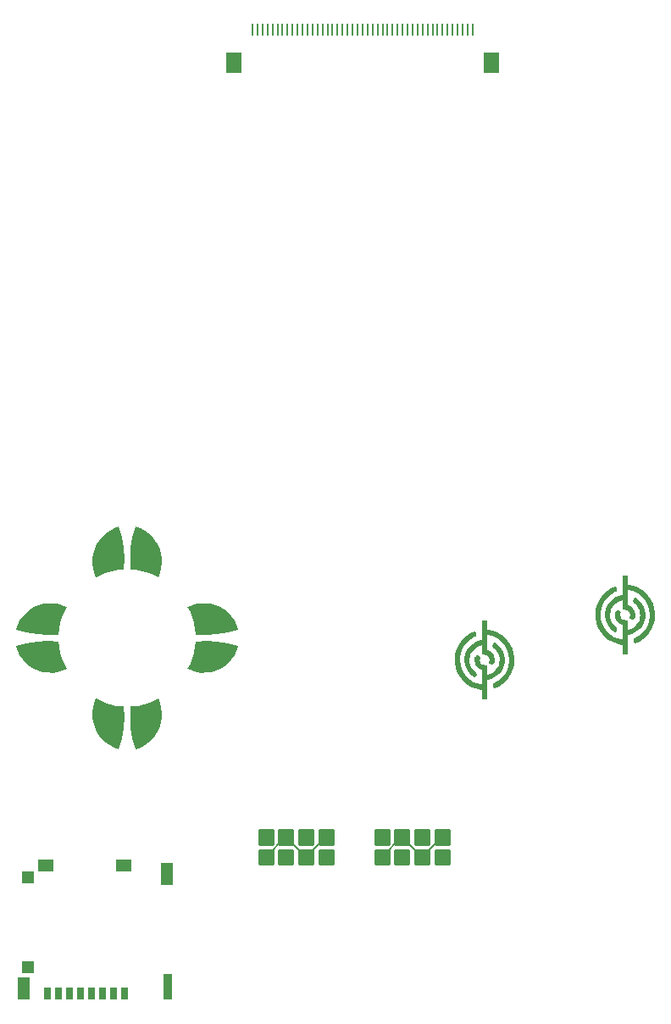
<source format=gtp>
G04 EAGLE Gerber RS-274X export*
G75*
%MOMM*%
%FSLAX34Y34*%
%LPD*%
%INTop Paste*%
%IPPOS*%
%AMOC8*
5,1,8,0,0,1.08239X$1,22.5*%
G01*
%ADD10R,0.800000X1.240000*%
%ADD11R,1.160000X1.200000*%
%ADD12R,0.950000X2.500000*%
%ADD13R,1.150000X2.200000*%
%ADD14R,1.500000X1.150000*%
%ADD15R,1.160000X1.250000*%
%ADD16C,0.400000*%
%ADD17C,0.185000*%
%ADD18R,0.500000X3.500000*%
%ADD19R,2.400000X0.400000*%
%ADD20R,0.250000X1.250000*%
%ADD21R,1.650000X2.050000*%

G36*
X130541Y257881D02*
X130541Y257881D01*
X130543Y257881D01*
X135097Y259524D01*
X135103Y259529D01*
X135112Y259530D01*
X139405Y261767D01*
X139411Y261774D01*
X139420Y261776D01*
X143375Y264568D01*
X143379Y264575D01*
X143388Y264579D01*
X146934Y267874D01*
X146937Y267882D01*
X146943Y267886D01*
X146944Y267886D01*
X146945Y267887D01*
X150018Y271628D01*
X150021Y271636D01*
X150028Y271641D01*
X152572Y275760D01*
X152574Y275768D01*
X152580Y275775D01*
X154550Y280197D01*
X154551Y280205D01*
X154556Y280213D01*
X155917Y284859D01*
X155916Y284867D01*
X155921Y284875D01*
X156647Y289661D01*
X156645Y289669D01*
X156648Y289678D01*
X156728Y294518D01*
X156724Y294526D01*
X156727Y294535D01*
X156157Y299343D01*
X156153Y299350D01*
X156154Y299359D01*
X154947Y304047D01*
X154941Y304054D01*
X154941Y304063D01*
X153117Y308548D01*
X153110Y308554D01*
X153109Y308563D01*
X153076Y308588D01*
X153047Y308617D01*
X153038Y308617D01*
X153031Y308622D01*
X152978Y308616D01*
X152949Y308615D01*
X152945Y308612D01*
X152940Y308611D01*
X147843Y305876D01*
X142494Y303691D01*
X136946Y302077D01*
X131260Y301052D01*
X125491Y300626D01*
X125452Y300606D01*
X125411Y300589D01*
X125408Y300584D01*
X125403Y300581D01*
X125395Y300553D01*
X125374Y300506D01*
X124873Y289739D01*
X124875Y289733D01*
X124873Y289725D01*
X125547Y278968D01*
X125550Y278962D01*
X125548Y278955D01*
X127389Y268335D01*
X127393Y268329D01*
X127392Y268321D01*
X130379Y257965D01*
X130383Y257960D01*
X130383Y257953D01*
X130413Y257922D01*
X130441Y257889D01*
X130447Y257888D01*
X130452Y257883D01*
X130517Y257882D01*
X130539Y257880D01*
X130541Y257881D01*
G37*
G36*
X91022Y429384D02*
X91022Y429384D01*
X91051Y429385D01*
X91055Y429388D01*
X91060Y429389D01*
X96157Y432124D01*
X101506Y434309D01*
X107054Y435923D01*
X112740Y436948D01*
X118509Y437374D01*
X118548Y437394D01*
X118589Y437411D01*
X118592Y437417D01*
X118597Y437419D01*
X118606Y437447D01*
X118626Y437494D01*
X119127Y448261D01*
X119125Y448267D01*
X119127Y448275D01*
X118453Y459032D01*
X118450Y459038D01*
X118452Y459045D01*
X116611Y469665D01*
X116607Y469671D01*
X116608Y469679D01*
X113621Y480035D01*
X113617Y480040D01*
X113617Y480047D01*
X113587Y480078D01*
X113559Y480111D01*
X113553Y480112D01*
X113548Y480117D01*
X113483Y480118D01*
X113461Y480120D01*
X113460Y480119D01*
X113457Y480119D01*
X108903Y478476D01*
X108897Y478471D01*
X108888Y478470D01*
X104595Y476233D01*
X104589Y476226D01*
X104580Y476224D01*
X100625Y473432D01*
X100621Y473425D01*
X100612Y473422D01*
X97066Y470126D01*
X97063Y470118D01*
X97057Y470114D01*
X97056Y470114D01*
X97055Y470113D01*
X93982Y466372D01*
X93979Y466364D01*
X93972Y466359D01*
X91428Y462240D01*
X91426Y462232D01*
X91420Y462225D01*
X89450Y457803D01*
X89449Y457795D01*
X89444Y457787D01*
X88083Y453142D01*
X88084Y453133D01*
X88080Y453125D01*
X87353Y448339D01*
X87355Y448331D01*
X87352Y448322D01*
X87272Y443482D01*
X87276Y443474D01*
X87273Y443465D01*
X87843Y438657D01*
X87847Y438650D01*
X87846Y438641D01*
X89053Y433953D01*
X89059Y433946D01*
X89059Y433937D01*
X90883Y429452D01*
X90890Y429446D01*
X90891Y429437D01*
X90924Y429412D01*
X90953Y429383D01*
X90962Y429383D01*
X90969Y429378D01*
X91022Y429384D01*
G37*
G36*
X201267Y371875D02*
X201267Y371875D01*
X201275Y371873D01*
X212032Y372547D01*
X212038Y372550D01*
X212045Y372548D01*
X222665Y374389D01*
X222671Y374393D01*
X222679Y374392D01*
X233035Y377379D01*
X233040Y377383D01*
X233047Y377383D01*
X233078Y377413D01*
X233111Y377441D01*
X233112Y377447D01*
X233117Y377452D01*
X233118Y377517D01*
X233120Y377539D01*
X233119Y377541D01*
X233119Y377543D01*
X231476Y382097D01*
X231471Y382103D01*
X231470Y382112D01*
X229233Y386405D01*
X229226Y386411D01*
X229224Y386420D01*
X226432Y390375D01*
X226425Y390379D01*
X226422Y390388D01*
X223126Y393934D01*
X223118Y393937D01*
X223113Y393945D01*
X219372Y397018D01*
X219364Y397021D01*
X219359Y397028D01*
X215240Y399572D01*
X215232Y399574D01*
X215225Y399580D01*
X210803Y401550D01*
X210795Y401551D01*
X210787Y401556D01*
X206142Y402917D01*
X206133Y402916D01*
X206125Y402921D01*
X201339Y403647D01*
X201331Y403645D01*
X201322Y403648D01*
X196482Y403728D01*
X196474Y403724D01*
X196465Y403727D01*
X191657Y403157D01*
X191650Y403153D01*
X191641Y403154D01*
X186953Y401947D01*
X186946Y401941D01*
X186937Y401941D01*
X182452Y400117D01*
X182446Y400110D01*
X182437Y400109D01*
X182412Y400076D01*
X182383Y400047D01*
X182383Y400038D01*
X182378Y400031D01*
X182384Y399978D01*
X182385Y399949D01*
X182388Y399945D01*
X182389Y399940D01*
X185124Y394843D01*
X187309Y389494D01*
X188923Y383946D01*
X189948Y378260D01*
X190374Y372491D01*
X190394Y372452D01*
X190411Y372411D01*
X190417Y372408D01*
X190419Y372403D01*
X190447Y372395D01*
X190494Y372374D01*
X201261Y371873D01*
X201267Y371875D01*
G37*
G36*
X53506Y372374D02*
X53506Y372374D01*
X53546Y372393D01*
X53587Y372408D01*
X53590Y372414D01*
X53595Y372416D01*
X53604Y372445D01*
X53626Y372491D01*
X54052Y378260D01*
X55077Y383946D01*
X56691Y389494D01*
X58876Y394843D01*
X61611Y399940D01*
X61612Y399949D01*
X61618Y399956D01*
X61617Y399997D01*
X61620Y400038D01*
X61614Y400045D01*
X61614Y400055D01*
X61575Y400091D01*
X61556Y400113D01*
X61551Y400113D01*
X61548Y400117D01*
X57063Y401941D01*
X57055Y401941D01*
X57047Y401947D01*
X52359Y403154D01*
X52351Y403153D01*
X52343Y403157D01*
X47535Y403727D01*
X47527Y403724D01*
X47518Y403728D01*
X42678Y403648D01*
X42670Y403645D01*
X42661Y403647D01*
X37875Y402921D01*
X37868Y402916D01*
X37859Y402917D01*
X33213Y401556D01*
X33206Y401551D01*
X33197Y401550D01*
X28775Y399580D01*
X28769Y399574D01*
X28760Y399572D01*
X24641Y397028D01*
X24636Y397021D01*
X24628Y397018D01*
X20887Y393945D01*
X20883Y393938D01*
X20874Y393934D01*
X17579Y390388D01*
X17576Y390380D01*
X17568Y390375D01*
X14776Y386420D01*
X14774Y386412D01*
X14767Y386405D01*
X12530Y382112D01*
X12530Y382104D01*
X12524Y382097D01*
X10881Y377543D01*
X10882Y377536D01*
X10878Y377531D01*
X10884Y377488D01*
X10887Y377445D01*
X10892Y377440D01*
X10893Y377434D01*
X10944Y377394D01*
X10961Y377380D01*
X10963Y377380D01*
X10965Y377379D01*
X21321Y374392D01*
X21328Y374393D01*
X21335Y374389D01*
X31955Y372548D01*
X31961Y372550D01*
X31968Y372547D01*
X42725Y371873D01*
X42732Y371875D01*
X42739Y371873D01*
X53506Y372374D01*
G37*
G36*
X113512Y257884D02*
X113512Y257884D01*
X113556Y257887D01*
X113560Y257892D01*
X113566Y257893D01*
X113606Y257944D01*
X113620Y257961D01*
X113620Y257963D01*
X113621Y257965D01*
X116608Y268321D01*
X116607Y268328D01*
X116611Y268335D01*
X118452Y278955D01*
X118450Y278961D01*
X118450Y278962D01*
X118453Y278968D01*
X119127Y289725D01*
X119125Y289732D01*
X119127Y289739D01*
X118626Y300506D01*
X118607Y300546D01*
X118592Y300587D01*
X118586Y300590D01*
X118584Y300595D01*
X118555Y300604D01*
X118509Y300626D01*
X112740Y301052D01*
X107054Y302077D01*
X101506Y303691D01*
X96157Y305876D01*
X91060Y308611D01*
X91051Y308612D01*
X91044Y308618D01*
X91003Y308617D01*
X90962Y308620D01*
X90955Y308614D01*
X90945Y308614D01*
X90909Y308575D01*
X90887Y308556D01*
X90887Y308551D01*
X90883Y308548D01*
X89059Y304063D01*
X89059Y304055D01*
X89053Y304047D01*
X87846Y299359D01*
X87847Y299351D01*
X87843Y299343D01*
X87273Y294535D01*
X87276Y294527D01*
X87272Y294518D01*
X87273Y294482D01*
X87279Y294104D01*
X87279Y294103D01*
X87281Y293977D01*
X87283Y293851D01*
X87292Y293346D01*
X87294Y293220D01*
X87296Y293094D01*
X87296Y293093D01*
X87304Y292589D01*
X87304Y292588D01*
X87306Y292462D01*
X87308Y292336D01*
X87316Y291831D01*
X87318Y291705D01*
X87321Y291579D01*
X87321Y291578D01*
X87329Y291074D01*
X87329Y291073D01*
X87331Y290947D01*
X87333Y290821D01*
X87339Y290442D01*
X87341Y290316D01*
X87343Y290190D01*
X87345Y290064D01*
X87345Y290063D01*
X87352Y289685D01*
X87352Y289678D01*
X87355Y289670D01*
X87353Y289661D01*
X88080Y284875D01*
X88084Y284868D01*
X88083Y284859D01*
X89444Y280213D01*
X89449Y280206D01*
X89450Y280197D01*
X91420Y275775D01*
X91426Y275769D01*
X91428Y275760D01*
X93972Y271641D01*
X93979Y271636D01*
X93982Y271628D01*
X97055Y267887D01*
X97060Y267884D01*
X97062Y267880D01*
X97064Y267880D01*
X97066Y267874D01*
X100612Y264579D01*
X100620Y264576D01*
X100625Y264568D01*
X104580Y261776D01*
X104588Y261774D01*
X104595Y261767D01*
X108888Y259530D01*
X108896Y259530D01*
X108903Y259524D01*
X113457Y257881D01*
X113464Y257882D01*
X113469Y257878D01*
X113512Y257884D01*
G37*
G36*
X153045Y429386D02*
X153045Y429386D01*
X153055Y429386D01*
X153091Y429425D01*
X153113Y429444D01*
X153113Y429449D01*
X153117Y429452D01*
X154941Y433937D01*
X154941Y433945D01*
X154947Y433953D01*
X156154Y438641D01*
X156153Y438649D01*
X156157Y438657D01*
X156727Y443465D01*
X156724Y443473D01*
X156728Y443482D01*
X156727Y443518D01*
X156721Y443897D01*
X156719Y444023D01*
X156717Y444149D01*
X156708Y444654D01*
X156706Y444780D01*
X156704Y444906D01*
X156704Y444907D01*
X156696Y445412D01*
X156694Y445538D01*
X156692Y445664D01*
X156684Y446169D01*
X156682Y446295D01*
X156679Y446421D01*
X156680Y446422D01*
X156679Y446422D01*
X156671Y446926D01*
X156671Y446927D01*
X156669Y447053D01*
X156667Y447179D01*
X156661Y447558D01*
X156659Y447684D01*
X156657Y447810D01*
X156655Y447936D01*
X156655Y447937D01*
X156648Y448315D01*
X156648Y448322D01*
X156645Y448330D01*
X156647Y448339D01*
X155921Y453125D01*
X155916Y453132D01*
X155917Y453142D01*
X154556Y457787D01*
X154551Y457794D01*
X154550Y457803D01*
X152580Y462225D01*
X152574Y462231D01*
X152572Y462240D01*
X150028Y466359D01*
X150021Y466364D01*
X150018Y466372D01*
X146945Y470113D01*
X146940Y470116D01*
X146938Y470120D01*
X146936Y470121D01*
X146934Y470126D01*
X143388Y473422D01*
X143380Y473424D01*
X143375Y473432D01*
X139420Y476224D01*
X139412Y476226D01*
X139405Y476233D01*
X135112Y478470D01*
X135104Y478470D01*
X135097Y478476D01*
X130543Y480119D01*
X130536Y480118D01*
X130531Y480122D01*
X130488Y480116D01*
X130445Y480113D01*
X130440Y480108D01*
X130434Y480107D01*
X130394Y480056D01*
X130380Y480039D01*
X130380Y480037D01*
X130379Y480035D01*
X127392Y469679D01*
X127393Y469672D01*
X127389Y469665D01*
X125548Y459045D01*
X125550Y459039D01*
X125550Y459038D01*
X125547Y459032D01*
X124873Y448275D01*
X124875Y448268D01*
X124873Y448261D01*
X125374Y437494D01*
X125393Y437454D01*
X125408Y437413D01*
X125414Y437410D01*
X125416Y437405D01*
X125445Y437396D01*
X125491Y437374D01*
X131260Y436948D01*
X136946Y435923D01*
X142494Y434309D01*
X147843Y432124D01*
X152940Y429389D01*
X152949Y429388D01*
X152956Y429382D01*
X152997Y429384D01*
X153038Y429380D01*
X153045Y429386D01*
G37*
G36*
X47526Y334276D02*
X47526Y334276D01*
X47535Y334273D01*
X52343Y334843D01*
X52350Y334847D01*
X52359Y334846D01*
X57047Y336053D01*
X57054Y336059D01*
X57063Y336059D01*
X61548Y337883D01*
X61554Y337890D01*
X61563Y337891D01*
X61588Y337924D01*
X61617Y337953D01*
X61617Y337962D01*
X61622Y337969D01*
X61616Y338022D01*
X61615Y338051D01*
X61612Y338055D01*
X61611Y338060D01*
X58876Y343157D01*
X56691Y348506D01*
X55077Y354054D01*
X54052Y359740D01*
X53626Y365509D01*
X53606Y365548D01*
X53589Y365589D01*
X53584Y365592D01*
X53581Y365597D01*
X53553Y365606D01*
X53506Y365626D01*
X42739Y366127D01*
X42733Y366125D01*
X42725Y366127D01*
X31968Y365453D01*
X31962Y365450D01*
X31955Y365452D01*
X21335Y363611D01*
X21329Y363607D01*
X21321Y363608D01*
X10965Y360621D01*
X10960Y360617D01*
X10953Y360617D01*
X10922Y360587D01*
X10889Y360559D01*
X10888Y360553D01*
X10883Y360548D01*
X10882Y360483D01*
X10880Y360461D01*
X10881Y360460D01*
X10881Y360457D01*
X12524Y355903D01*
X12529Y355897D01*
X12530Y355888D01*
X14767Y351595D01*
X14774Y351589D01*
X14776Y351580D01*
X17568Y347625D01*
X17575Y347621D01*
X17579Y347612D01*
X20874Y344066D01*
X20882Y344063D01*
X20887Y344055D01*
X24628Y340982D01*
X24636Y340979D01*
X24641Y340972D01*
X28760Y338428D01*
X28768Y338426D01*
X28775Y338420D01*
X33197Y336450D01*
X33205Y336449D01*
X33213Y336444D01*
X37859Y335083D01*
X37867Y335084D01*
X37875Y335080D01*
X42661Y334353D01*
X42669Y334355D01*
X42678Y334352D01*
X47518Y334272D01*
X47526Y334276D01*
G37*
G36*
X201322Y334352D02*
X201322Y334352D01*
X201330Y334355D01*
X201339Y334353D01*
X206125Y335080D01*
X206132Y335084D01*
X206142Y335083D01*
X210787Y336444D01*
X210794Y336449D01*
X210803Y336450D01*
X215225Y338420D01*
X215231Y338426D01*
X215240Y338428D01*
X219359Y340972D01*
X219364Y340979D01*
X219372Y340982D01*
X223113Y344055D01*
X223117Y344062D01*
X223126Y344066D01*
X226422Y347612D01*
X226424Y347620D01*
X226432Y347625D01*
X229224Y351580D01*
X229226Y351588D01*
X229233Y351595D01*
X231470Y355888D01*
X231470Y355896D01*
X231476Y355903D01*
X233119Y360457D01*
X233118Y360464D01*
X233122Y360469D01*
X233116Y360512D01*
X233113Y360556D01*
X233108Y360560D01*
X233107Y360566D01*
X233056Y360606D01*
X233039Y360620D01*
X233037Y360620D01*
X233035Y360621D01*
X222679Y363608D01*
X222672Y363607D01*
X222665Y363611D01*
X212045Y365452D01*
X212039Y365450D01*
X212032Y365453D01*
X201275Y366127D01*
X201268Y366125D01*
X201261Y366127D01*
X190494Y365626D01*
X190454Y365607D01*
X190413Y365592D01*
X190410Y365586D01*
X190405Y365584D01*
X190396Y365555D01*
X190374Y365509D01*
X189948Y359740D01*
X188923Y354054D01*
X187309Y348506D01*
X185124Y343157D01*
X182389Y338060D01*
X182388Y338051D01*
X182382Y338044D01*
X182384Y338003D01*
X182380Y337962D01*
X182386Y337955D01*
X182386Y337945D01*
X182425Y337909D01*
X182444Y337887D01*
X182449Y337887D01*
X182452Y337883D01*
X186937Y336059D01*
X186945Y336059D01*
X186953Y336053D01*
X191641Y334846D01*
X191649Y334847D01*
X191657Y334843D01*
X196465Y334273D01*
X196473Y334276D01*
X196482Y334272D01*
X201322Y334352D01*
G37*
G36*
X479243Y316992D02*
X479243Y316992D01*
X479284Y317005D01*
X479287Y317012D01*
X479293Y317015D01*
X479315Y317071D01*
X479326Y317094D01*
X479325Y317097D01*
X479326Y317100D01*
X479326Y322100D01*
X479308Y322143D01*
X479293Y322186D01*
X479289Y322187D01*
X479288Y322191D01*
X479263Y322200D01*
X479211Y322226D01*
X475472Y322554D01*
X471834Y323436D01*
X468368Y324852D01*
X465154Y326772D01*
X462264Y329151D01*
X459762Y331937D01*
X457705Y335065D01*
X456140Y338466D01*
X455102Y342063D01*
X454614Y345775D01*
X454688Y349518D01*
X455321Y353208D01*
X456499Y356762D01*
X458196Y360098D01*
X460374Y363144D01*
X462983Y365829D01*
X465965Y368093D01*
X469260Y369889D01*
X469261Y369890D01*
X469263Y369891D01*
X469924Y370272D01*
X469933Y370285D01*
X469939Y370287D01*
X469945Y370290D01*
X469950Y370292D01*
X470489Y370832D01*
X470495Y370846D01*
X470510Y370858D01*
X470891Y371519D01*
X470893Y371534D01*
X470904Y371549D01*
X471101Y372286D01*
X471099Y372302D01*
X471105Y372319D01*
X471105Y373081D01*
X471099Y373096D01*
X471101Y373114D01*
X470904Y373851D01*
X470894Y373864D01*
X470891Y373882D01*
X470510Y374542D01*
X470497Y374552D01*
X470489Y374568D01*
X469950Y375108D01*
X469935Y375114D01*
X469924Y375128D01*
X469263Y375509D01*
X469250Y375511D01*
X469240Y375520D01*
X469196Y375518D01*
X469165Y375521D01*
X469159Y375516D01*
X469149Y375515D01*
X465118Y373726D01*
X465112Y373719D01*
X465102Y373717D01*
X461377Y371356D01*
X461372Y371349D01*
X461362Y371345D01*
X458023Y368464D01*
X458019Y368456D01*
X458010Y368451D01*
X455129Y365113D01*
X455126Y365104D01*
X455118Y365098D01*
X452757Y361373D01*
X452755Y361364D01*
X452748Y361357D01*
X450958Y357327D01*
X450957Y357317D01*
X450951Y357309D01*
X449771Y353060D01*
X449772Y353051D01*
X449767Y353042D01*
X449221Y348666D01*
X449223Y348661D01*
X449222Y348658D01*
X449223Y348656D01*
X449220Y348647D01*
X449234Y348027D01*
X449240Y347775D01*
X449246Y347522D01*
X449252Y347270D01*
X449258Y347017D01*
X449263Y346765D01*
X449269Y346512D01*
X449275Y346260D01*
X449301Y345124D01*
X449301Y345123D01*
X449307Y344871D01*
X449312Y344619D01*
X449312Y344618D01*
X449318Y344366D01*
X449321Y344239D01*
X449325Y344230D01*
X449323Y344220D01*
X450068Y339874D01*
X450073Y339866D01*
X450073Y339856D01*
X451447Y335665D01*
X451453Y335658D01*
X451454Y335648D01*
X453427Y331704D01*
X453434Y331698D01*
X453436Y331688D01*
X455966Y328075D01*
X455973Y328071D01*
X455977Y328061D01*
X459008Y324858D01*
X459017Y324854D01*
X459022Y324845D01*
X462490Y322120D01*
X462498Y322118D01*
X462505Y322110D01*
X466334Y319922D01*
X466343Y319921D01*
X466351Y319914D01*
X470459Y318311D01*
X470468Y318311D01*
X470477Y318306D01*
X474775Y317321D01*
X474784Y317323D01*
X474794Y317318D01*
X479190Y316974D01*
X479197Y316976D01*
X479204Y316974D01*
X479243Y316992D01*
G37*
G36*
X619743Y361892D02*
X619743Y361892D01*
X619784Y361905D01*
X619787Y361912D01*
X619793Y361915D01*
X619815Y361971D01*
X619826Y361994D01*
X619825Y361997D01*
X619826Y362000D01*
X619826Y367000D01*
X619808Y367043D01*
X619793Y367086D01*
X619789Y367087D01*
X619788Y367091D01*
X619763Y367100D01*
X619711Y367126D01*
X615972Y367454D01*
X612334Y368336D01*
X608868Y369752D01*
X605654Y371672D01*
X602764Y374051D01*
X600262Y376837D01*
X598205Y379965D01*
X596640Y383366D01*
X595602Y386963D01*
X595114Y390675D01*
X595188Y394418D01*
X595821Y398108D01*
X596999Y401662D01*
X598696Y404998D01*
X600874Y408044D01*
X603483Y410729D01*
X606465Y412993D01*
X609760Y414789D01*
X609761Y414790D01*
X609763Y414791D01*
X610424Y415172D01*
X610433Y415185D01*
X610439Y415187D01*
X610445Y415190D01*
X610450Y415192D01*
X610989Y415732D01*
X610995Y415746D01*
X611010Y415758D01*
X611391Y416419D01*
X611393Y416434D01*
X611404Y416449D01*
X611601Y417186D01*
X611599Y417202D01*
X611605Y417219D01*
X611605Y417981D01*
X611599Y417996D01*
X611601Y418014D01*
X611404Y418751D01*
X611394Y418764D01*
X611391Y418782D01*
X611010Y419442D01*
X610997Y419452D01*
X610989Y419468D01*
X610450Y420008D01*
X610435Y420014D01*
X610424Y420028D01*
X609763Y420409D01*
X609750Y420411D01*
X609740Y420420D01*
X609696Y420418D01*
X609665Y420421D01*
X609659Y420416D01*
X609649Y420415D01*
X605618Y418626D01*
X605612Y418619D01*
X605602Y418617D01*
X601877Y416256D01*
X601872Y416249D01*
X601862Y416245D01*
X598523Y413364D01*
X598519Y413356D01*
X598510Y413351D01*
X595629Y410013D01*
X595626Y410004D01*
X595618Y409998D01*
X593257Y406273D01*
X593255Y406264D01*
X593248Y406257D01*
X591458Y402227D01*
X591457Y402217D01*
X591451Y402209D01*
X590271Y397960D01*
X590272Y397951D01*
X590267Y397942D01*
X589721Y393566D01*
X589723Y393561D01*
X589722Y393558D01*
X589723Y393556D01*
X589720Y393547D01*
X589734Y392927D01*
X589740Y392675D01*
X589746Y392422D01*
X589752Y392170D01*
X589758Y391917D01*
X589763Y391665D01*
X589769Y391412D01*
X589775Y391160D01*
X589801Y390024D01*
X589801Y390023D01*
X589807Y389771D01*
X589812Y389519D01*
X589812Y389518D01*
X589818Y389266D01*
X589821Y389139D01*
X589825Y389130D01*
X589823Y389120D01*
X590568Y384774D01*
X590573Y384766D01*
X590573Y384756D01*
X591947Y380565D01*
X591953Y380558D01*
X591954Y380548D01*
X593927Y376604D01*
X593934Y376598D01*
X593936Y376588D01*
X596466Y372975D01*
X596473Y372971D01*
X596477Y372961D01*
X599508Y369758D01*
X599517Y369754D01*
X599522Y369745D01*
X602990Y367020D01*
X602998Y367018D01*
X603005Y367010D01*
X606834Y364822D01*
X606843Y364821D01*
X606851Y364814D01*
X610959Y363211D01*
X610968Y363211D01*
X610977Y363206D01*
X615275Y362221D01*
X615284Y362223D01*
X615294Y362218D01*
X619690Y361874D01*
X619697Y361876D01*
X619704Y361874D01*
X619743Y361892D01*
G37*
G36*
X629742Y363584D02*
X629742Y363584D01*
X629751Y363585D01*
X633782Y365374D01*
X633788Y365381D01*
X633798Y365383D01*
X637523Y367744D01*
X637528Y367751D01*
X637538Y367755D01*
X640877Y370636D01*
X640881Y370644D01*
X640890Y370649D01*
X643771Y373987D01*
X643774Y373996D01*
X643782Y374002D01*
X646143Y377727D01*
X646145Y377736D01*
X646152Y377743D01*
X647942Y381773D01*
X647943Y381783D01*
X647949Y381791D01*
X649129Y386040D01*
X649128Y386049D01*
X649133Y386058D01*
X649679Y390434D01*
X649676Y390443D01*
X649680Y390453D01*
X649677Y390595D01*
X649671Y390848D01*
X649665Y391100D01*
X649659Y391353D01*
X649653Y391605D01*
X649648Y391858D01*
X649642Y392110D01*
X649616Y393247D01*
X649610Y393499D01*
X649604Y393751D01*
X649604Y393752D01*
X649598Y394004D01*
X649599Y394004D01*
X649598Y394004D01*
X649593Y394256D01*
X649593Y394257D01*
X649587Y394509D01*
X649581Y394761D01*
X649581Y394762D01*
X649579Y394861D01*
X649575Y394870D01*
X649577Y394880D01*
X648832Y399226D01*
X648827Y399234D01*
X648827Y399244D01*
X647453Y403435D01*
X647447Y403442D01*
X647446Y403452D01*
X645473Y407396D01*
X645466Y407402D01*
X645464Y407412D01*
X642934Y411025D01*
X642927Y411030D01*
X642923Y411039D01*
X639892Y414242D01*
X639883Y414246D01*
X639878Y414255D01*
X636411Y416980D01*
X636402Y416982D01*
X636395Y416990D01*
X632566Y419178D01*
X632557Y419179D01*
X632549Y419186D01*
X628441Y420789D01*
X628432Y420789D01*
X628423Y420794D01*
X624125Y421779D01*
X624116Y421777D01*
X624106Y421782D01*
X619710Y422126D01*
X619703Y422124D01*
X619696Y422126D01*
X619657Y422108D01*
X619616Y422095D01*
X619613Y422088D01*
X619607Y422085D01*
X619585Y422029D01*
X619574Y422006D01*
X619575Y422003D01*
X619574Y422000D01*
X619574Y417000D01*
X619592Y416957D01*
X619607Y416914D01*
X619611Y416913D01*
X619612Y416909D01*
X619637Y416900D01*
X619689Y416874D01*
X623428Y416546D01*
X627066Y415664D01*
X630532Y414248D01*
X633746Y412328D01*
X636637Y409949D01*
X639138Y407163D01*
X641195Y404035D01*
X642760Y400634D01*
X643798Y397037D01*
X644286Y393325D01*
X644212Y389582D01*
X643579Y385892D01*
X642401Y382338D01*
X640704Y379002D01*
X638526Y375956D01*
X635917Y373271D01*
X632935Y371007D01*
X629640Y369211D01*
X629639Y369210D01*
X629637Y369209D01*
X628976Y368828D01*
X628967Y368815D01*
X628950Y368808D01*
X628411Y368268D01*
X628405Y368254D01*
X628391Y368242D01*
X628009Y367582D01*
X628007Y367566D01*
X627996Y367551D01*
X627799Y366814D01*
X627801Y366798D01*
X627795Y366781D01*
X627795Y366019D01*
X627801Y366004D01*
X627799Y365986D01*
X627996Y365249D01*
X628006Y365236D01*
X628009Y365219D01*
X628391Y364558D01*
X628403Y364548D01*
X628411Y364532D01*
X628950Y363992D01*
X628957Y363989D01*
X628959Y363985D01*
X628968Y363982D01*
X628976Y363972D01*
X629637Y363591D01*
X629650Y363589D01*
X629660Y363580D01*
X629704Y363582D01*
X629735Y363579D01*
X629742Y363584D01*
G37*
G36*
X489242Y318684D02*
X489242Y318684D01*
X489251Y318685D01*
X493282Y320474D01*
X493288Y320481D01*
X493298Y320483D01*
X497023Y322844D01*
X497028Y322851D01*
X497038Y322855D01*
X500377Y325736D01*
X500381Y325744D01*
X500390Y325749D01*
X503271Y329087D01*
X503274Y329096D01*
X503282Y329102D01*
X505643Y332827D01*
X505645Y332836D01*
X505652Y332843D01*
X507442Y336873D01*
X507443Y336883D01*
X507449Y336891D01*
X508629Y341140D01*
X508628Y341149D01*
X508633Y341158D01*
X509179Y345534D01*
X509176Y345543D01*
X509180Y345553D01*
X509177Y345695D01*
X509171Y345948D01*
X509165Y346200D01*
X509159Y346453D01*
X509153Y346705D01*
X509148Y346958D01*
X509142Y347210D01*
X509116Y348347D01*
X509110Y348599D01*
X509104Y348851D01*
X509104Y348852D01*
X509098Y349104D01*
X509099Y349104D01*
X509098Y349104D01*
X509093Y349356D01*
X509093Y349357D01*
X509087Y349609D01*
X509081Y349861D01*
X509081Y349862D01*
X509079Y349961D01*
X509075Y349970D01*
X509077Y349980D01*
X508332Y354326D01*
X508327Y354334D01*
X508327Y354344D01*
X506953Y358535D01*
X506947Y358542D01*
X506946Y358552D01*
X504973Y362496D01*
X504966Y362502D01*
X504964Y362512D01*
X502434Y366125D01*
X502427Y366130D01*
X502423Y366139D01*
X499392Y369342D01*
X499383Y369346D01*
X499378Y369355D01*
X495911Y372080D01*
X495902Y372082D01*
X495895Y372090D01*
X492066Y374278D01*
X492057Y374279D01*
X492049Y374286D01*
X487941Y375889D01*
X487932Y375889D01*
X487923Y375894D01*
X483625Y376879D01*
X483616Y376877D01*
X483606Y376882D01*
X479210Y377226D01*
X479203Y377224D01*
X479196Y377226D01*
X479157Y377208D01*
X479116Y377195D01*
X479113Y377188D01*
X479107Y377185D01*
X479085Y377129D01*
X479074Y377106D01*
X479075Y377103D01*
X479074Y377100D01*
X479074Y372100D01*
X479092Y372057D01*
X479107Y372014D01*
X479111Y372013D01*
X479112Y372009D01*
X479137Y372000D01*
X479189Y371974D01*
X482928Y371646D01*
X486566Y370764D01*
X490032Y369348D01*
X493246Y367428D01*
X496137Y365049D01*
X498638Y362263D01*
X500695Y359135D01*
X502260Y355734D01*
X503298Y352137D01*
X503786Y348425D01*
X503712Y344682D01*
X503079Y340992D01*
X501901Y337438D01*
X500204Y334102D01*
X498026Y331056D01*
X495417Y328371D01*
X492435Y326107D01*
X489140Y324311D01*
X489139Y324310D01*
X489137Y324309D01*
X488476Y323928D01*
X488467Y323915D01*
X488450Y323908D01*
X487911Y323368D01*
X487905Y323354D01*
X487891Y323342D01*
X487509Y322682D01*
X487507Y322666D01*
X487496Y322651D01*
X487299Y321914D01*
X487301Y321898D01*
X487295Y321881D01*
X487295Y321119D01*
X487301Y321104D01*
X487299Y321086D01*
X487496Y320349D01*
X487506Y320336D01*
X487509Y320319D01*
X487891Y319658D01*
X487903Y319648D01*
X487911Y319632D01*
X488450Y319092D01*
X488457Y319089D01*
X488459Y319085D01*
X488468Y319082D01*
X488476Y319072D01*
X489137Y318691D01*
X489150Y318689D01*
X489160Y318680D01*
X489204Y318682D01*
X489235Y318679D01*
X489242Y318684D01*
G37*
G36*
X469205Y329680D02*
X469205Y329680D01*
X469225Y329676D01*
X469244Y329689D01*
X469271Y329696D01*
X469963Y330170D01*
X469971Y330183D01*
X469986Y330190D01*
X470543Y330816D01*
X470548Y330831D01*
X470560Y330842D01*
X470951Y331583D01*
X470952Y331598D01*
X470962Y331612D01*
X471163Y332426D01*
X471161Y332440D01*
X471167Y332456D01*
X471167Y333294D01*
X471161Y333308D01*
X471163Y333324D01*
X470962Y334138D01*
X470953Y334150D01*
X470951Y334167D01*
X470560Y334908D01*
X470549Y334918D01*
X470543Y334934D01*
X469986Y335560D01*
X469972Y335566D01*
X469968Y335575D01*
X469966Y335576D01*
X469963Y335580D01*
X469282Y336047D01*
X467492Y337896D01*
X466050Y340028D01*
X465000Y342379D01*
X464374Y344876D01*
X464191Y347444D01*
X464457Y350005D01*
X465163Y352481D01*
X466289Y354796D01*
X467799Y356881D01*
X469649Y358672D01*
X471782Y360114D01*
X474133Y361164D01*
X476630Y361790D01*
X479209Y361974D01*
X479251Y361995D01*
X479293Y362015D01*
X479294Y362018D01*
X479297Y362019D01*
X479304Y362042D01*
X479326Y362100D01*
X479326Y367100D01*
X479323Y367107D01*
X479325Y367114D01*
X479305Y367151D01*
X479288Y367191D01*
X479281Y367193D01*
X479277Y367200D01*
X479220Y367217D01*
X479196Y367226D01*
X479193Y367225D01*
X479190Y367226D01*
X475933Y366959D01*
X475924Y366955D01*
X475913Y366956D01*
X472744Y366163D01*
X472736Y366156D01*
X472724Y366156D01*
X469726Y364857D01*
X469719Y364849D01*
X469708Y364847D01*
X466962Y363077D01*
X466956Y363069D01*
X466946Y363064D01*
X464525Y360871D01*
X464520Y360861D01*
X464510Y360856D01*
X462479Y358297D01*
X462476Y358287D01*
X462468Y358280D01*
X460880Y355424D01*
X460879Y355414D01*
X460872Y355405D01*
X459770Y352329D01*
X459771Y352319D01*
X459765Y352309D01*
X459180Y349095D01*
X459182Y349085D01*
X459178Y349074D01*
X459124Y345808D01*
X459128Y345798D01*
X459125Y345787D01*
X459604Y342555D01*
X459610Y342546D01*
X459609Y342535D01*
X460608Y339424D01*
X460615Y339417D01*
X460616Y339405D01*
X462108Y336499D01*
X462116Y336492D01*
X462119Y336481D01*
X464065Y333857D01*
X464074Y333852D01*
X464079Y333841D01*
X466426Y331569D01*
X466436Y331565D01*
X466442Y331556D01*
X469128Y329696D01*
X469157Y329690D01*
X469183Y329675D01*
X469205Y329680D01*
G37*
G36*
X609705Y374580D02*
X609705Y374580D01*
X609725Y374576D01*
X609744Y374589D01*
X609771Y374596D01*
X610463Y375070D01*
X610471Y375083D01*
X610486Y375090D01*
X611043Y375716D01*
X611048Y375731D01*
X611060Y375742D01*
X611451Y376483D01*
X611452Y376498D01*
X611462Y376512D01*
X611663Y377326D01*
X611661Y377340D01*
X611667Y377356D01*
X611667Y378194D01*
X611661Y378208D01*
X611663Y378224D01*
X611462Y379038D01*
X611453Y379050D01*
X611451Y379067D01*
X611060Y379808D01*
X611049Y379818D01*
X611043Y379834D01*
X610486Y380460D01*
X610472Y380466D01*
X610468Y380475D01*
X610466Y380476D01*
X610463Y380480D01*
X609782Y380947D01*
X607992Y382796D01*
X606550Y384928D01*
X605500Y387279D01*
X604874Y389776D01*
X604691Y392344D01*
X604957Y394905D01*
X605663Y397381D01*
X606789Y399696D01*
X608299Y401781D01*
X610149Y403572D01*
X612282Y405014D01*
X614633Y406064D01*
X617130Y406690D01*
X619709Y406874D01*
X619751Y406895D01*
X619793Y406915D01*
X619794Y406918D01*
X619797Y406919D01*
X619804Y406942D01*
X619826Y407000D01*
X619826Y412000D01*
X619823Y412007D01*
X619825Y412014D01*
X619805Y412051D01*
X619788Y412091D01*
X619781Y412093D01*
X619777Y412100D01*
X619720Y412117D01*
X619696Y412126D01*
X619693Y412125D01*
X619690Y412126D01*
X616433Y411859D01*
X616424Y411855D01*
X616413Y411856D01*
X613244Y411063D01*
X613236Y411056D01*
X613224Y411056D01*
X610226Y409757D01*
X610219Y409749D01*
X610208Y409747D01*
X607462Y407977D01*
X607456Y407969D01*
X607446Y407964D01*
X605025Y405771D01*
X605020Y405761D01*
X605010Y405756D01*
X602979Y403197D01*
X602976Y403187D01*
X602968Y403180D01*
X601380Y400324D01*
X601379Y400314D01*
X601372Y400305D01*
X600270Y397229D01*
X600271Y397219D01*
X600265Y397209D01*
X599680Y393995D01*
X599682Y393985D01*
X599678Y393974D01*
X599624Y390708D01*
X599628Y390698D01*
X599625Y390687D01*
X600104Y387455D01*
X600110Y387446D01*
X600109Y387435D01*
X601108Y384324D01*
X601115Y384317D01*
X601116Y384305D01*
X602608Y381399D01*
X602616Y381392D01*
X602619Y381381D01*
X604565Y378757D01*
X604574Y378752D01*
X604579Y378741D01*
X606926Y376469D01*
X606936Y376465D01*
X606942Y376456D01*
X609628Y374596D01*
X609657Y374590D01*
X609683Y374575D01*
X609705Y374580D01*
G37*
G36*
X619707Y371875D02*
X619707Y371875D01*
X619710Y371874D01*
X622967Y372141D01*
X622976Y372146D01*
X622987Y372144D01*
X626156Y372938D01*
X626164Y372944D01*
X626176Y372944D01*
X629174Y374243D01*
X629181Y374251D01*
X629192Y374253D01*
X631938Y376023D01*
X631944Y376032D01*
X631954Y376036D01*
X634375Y378229D01*
X634380Y378239D01*
X634390Y378244D01*
X636421Y380803D01*
X636424Y380813D01*
X636432Y380820D01*
X638020Y383676D01*
X638021Y383686D01*
X638028Y383695D01*
X639130Y386771D01*
X639129Y386781D01*
X639135Y386791D01*
X639720Y390005D01*
X639718Y390015D01*
X639722Y390026D01*
X639776Y393292D01*
X639772Y393302D01*
X639775Y393313D01*
X639296Y396545D01*
X639290Y396554D01*
X639291Y396565D01*
X638292Y399676D01*
X638285Y399683D01*
X638284Y399695D01*
X636792Y402601D01*
X636784Y402608D01*
X636781Y402619D01*
X634835Y405243D01*
X634826Y405248D01*
X634821Y405259D01*
X632474Y407531D01*
X632464Y407535D01*
X632458Y407544D01*
X629772Y409404D01*
X629743Y409410D01*
X629717Y409425D01*
X629695Y409420D01*
X629675Y409424D01*
X629656Y409411D01*
X629629Y409404D01*
X628937Y408930D01*
X628929Y408917D01*
X628914Y408910D01*
X628357Y408284D01*
X628352Y408269D01*
X628340Y408258D01*
X627949Y407517D01*
X627948Y407502D01*
X627938Y407488D01*
X627737Y406674D01*
X627739Y406660D01*
X627733Y406644D01*
X627733Y405806D01*
X627739Y405792D01*
X627737Y405776D01*
X627938Y404962D01*
X627947Y404950D01*
X627949Y404933D01*
X628340Y404192D01*
X628351Y404182D01*
X628357Y404166D01*
X628914Y403540D01*
X628928Y403534D01*
X628937Y403520D01*
X629618Y403053D01*
X631408Y401204D01*
X632850Y399072D01*
X633900Y396721D01*
X634526Y394224D01*
X634709Y391656D01*
X634443Y389095D01*
X633737Y386619D01*
X632611Y384304D01*
X631101Y382219D01*
X629251Y380428D01*
X627118Y378986D01*
X624767Y377936D01*
X622270Y377310D01*
X619691Y377126D01*
X619649Y377105D01*
X619607Y377085D01*
X619606Y377082D01*
X619603Y377081D01*
X619596Y377058D01*
X619574Y377000D01*
X619574Y372000D01*
X619577Y371993D01*
X619575Y371986D01*
X619596Y371949D01*
X619612Y371909D01*
X619619Y371907D01*
X619623Y371900D01*
X619680Y371883D01*
X619704Y371874D01*
X619707Y371875D01*
G37*
G36*
X479207Y326975D02*
X479207Y326975D01*
X479210Y326974D01*
X482467Y327241D01*
X482476Y327246D01*
X482487Y327244D01*
X485656Y328038D01*
X485664Y328044D01*
X485676Y328044D01*
X488674Y329343D01*
X488681Y329351D01*
X488692Y329353D01*
X491438Y331123D01*
X491444Y331132D01*
X491454Y331136D01*
X493875Y333329D01*
X493880Y333339D01*
X493890Y333344D01*
X495921Y335903D01*
X495924Y335913D01*
X495932Y335920D01*
X497520Y338776D01*
X497521Y338786D01*
X497528Y338795D01*
X498630Y341871D01*
X498629Y341881D01*
X498635Y341891D01*
X499220Y345105D01*
X499218Y345115D01*
X499222Y345126D01*
X499276Y348392D01*
X499272Y348402D01*
X499275Y348413D01*
X498796Y351645D01*
X498790Y351654D01*
X498791Y351665D01*
X497792Y354776D01*
X497785Y354783D01*
X497784Y354795D01*
X496292Y357701D01*
X496284Y357708D01*
X496281Y357719D01*
X494335Y360343D01*
X494326Y360348D01*
X494321Y360359D01*
X491974Y362631D01*
X491964Y362635D01*
X491958Y362644D01*
X489272Y364504D01*
X489243Y364510D01*
X489217Y364525D01*
X489195Y364520D01*
X489175Y364524D01*
X489156Y364511D01*
X489129Y364504D01*
X488437Y364030D01*
X488429Y364017D01*
X488414Y364010D01*
X487857Y363384D01*
X487852Y363369D01*
X487840Y363358D01*
X487449Y362617D01*
X487448Y362602D01*
X487438Y362588D01*
X487237Y361774D01*
X487239Y361760D01*
X487233Y361744D01*
X487233Y360906D01*
X487239Y360892D01*
X487237Y360876D01*
X487438Y360062D01*
X487447Y360050D01*
X487449Y360033D01*
X487840Y359292D01*
X487851Y359282D01*
X487857Y359266D01*
X488414Y358640D01*
X488428Y358634D01*
X488437Y358620D01*
X489118Y358153D01*
X490908Y356304D01*
X492350Y354172D01*
X493400Y351821D01*
X494026Y349324D01*
X494209Y346756D01*
X493943Y344195D01*
X493237Y341719D01*
X492111Y339404D01*
X490601Y337319D01*
X488751Y335528D01*
X486618Y334086D01*
X484267Y333036D01*
X481770Y332410D01*
X479191Y332226D01*
X479149Y332205D01*
X479107Y332185D01*
X479106Y332182D01*
X479103Y332181D01*
X479096Y332158D01*
X479074Y332100D01*
X479074Y327100D01*
X479077Y327093D01*
X479075Y327086D01*
X479096Y327049D01*
X479112Y327009D01*
X479119Y327007D01*
X479123Y327000D01*
X479180Y326983D01*
X479204Y326974D01*
X479207Y326975D01*
G37*
G36*
X627397Y387651D02*
X627397Y387651D01*
X627410Y387658D01*
X627426Y387658D01*
X628070Y387896D01*
X628081Y387906D01*
X628097Y387909D01*
X628668Y388291D01*
X628676Y388303D01*
X628691Y388310D01*
X629157Y388815D01*
X629162Y388829D01*
X629174Y388839D01*
X629510Y389438D01*
X629512Y389459D01*
X629525Y389479D01*
X629824Y391279D01*
X629821Y391291D01*
X629825Y391303D01*
X629824Y391361D01*
X629822Y391487D01*
X629822Y391488D01*
X629820Y391614D01*
X629808Y392245D01*
X629806Y392371D01*
X629803Y392497D01*
X629801Y392624D01*
X629792Y393127D01*
X629791Y393128D01*
X629792Y393129D01*
X629787Y393138D01*
X629789Y393150D01*
X629423Y394938D01*
X629417Y394947D01*
X629417Y394960D01*
X628731Y396651D01*
X628723Y396659D01*
X628721Y396672D01*
X627739Y398210D01*
X627729Y398216D01*
X627724Y398228D01*
X626478Y399561D01*
X626468Y399566D01*
X626461Y399577D01*
X624993Y400660D01*
X624982Y400663D01*
X624973Y400672D01*
X623332Y401471D01*
X623321Y401471D01*
X623311Y401479D01*
X621552Y401965D01*
X621540Y401963D01*
X621529Y401969D01*
X619711Y402126D01*
X619703Y402123D01*
X619696Y402126D01*
X619657Y402108D01*
X619617Y402095D01*
X619614Y402088D01*
X619607Y402085D01*
X619586Y402031D01*
X619574Y402007D01*
X619575Y402004D01*
X619574Y402000D01*
X619574Y397000D01*
X619591Y396959D01*
X619605Y396917D01*
X619610Y396914D01*
X619612Y396909D01*
X619640Y396899D01*
X619685Y396875D01*
X620821Y396738D01*
X621881Y396349D01*
X622823Y395725D01*
X623595Y394902D01*
X624157Y393922D01*
X624478Y392839D01*
X624540Y391711D01*
X624341Y390600D01*
X623884Y389550D01*
X623884Y389538D01*
X623877Y389528D01*
X623884Y389482D01*
X623883Y389452D01*
X623889Y389447D01*
X623890Y389438D01*
X624226Y388839D01*
X624237Y388830D01*
X624243Y388815D01*
X624709Y388310D01*
X624722Y388304D01*
X624732Y388291D01*
X625303Y387909D01*
X625317Y387907D01*
X625330Y387896D01*
X625974Y387658D01*
X625989Y387659D01*
X626003Y387651D01*
X626685Y387571D01*
X626699Y387575D01*
X626715Y387571D01*
X627397Y387651D01*
G37*
G36*
X486897Y342751D02*
X486897Y342751D01*
X486910Y342758D01*
X486926Y342758D01*
X487570Y342996D01*
X487581Y343006D01*
X487597Y343009D01*
X488168Y343391D01*
X488176Y343403D01*
X488191Y343410D01*
X488657Y343915D01*
X488662Y343929D01*
X488674Y343939D01*
X489010Y344538D01*
X489012Y344559D01*
X489025Y344579D01*
X489324Y346379D01*
X489321Y346391D01*
X489325Y346403D01*
X489324Y346461D01*
X489322Y346587D01*
X489322Y346588D01*
X489320Y346714D01*
X489308Y347345D01*
X489306Y347471D01*
X489303Y347597D01*
X489301Y347724D01*
X489292Y348227D01*
X489291Y348228D01*
X489292Y348229D01*
X489287Y348238D01*
X489289Y348250D01*
X488923Y350038D01*
X488917Y350047D01*
X488917Y350060D01*
X488231Y351751D01*
X488223Y351759D01*
X488221Y351772D01*
X487239Y353310D01*
X487229Y353316D01*
X487224Y353328D01*
X485978Y354661D01*
X485968Y354666D01*
X485961Y354677D01*
X484493Y355760D01*
X484482Y355763D01*
X484473Y355772D01*
X482832Y356571D01*
X482821Y356571D01*
X482811Y356579D01*
X481052Y357065D01*
X481040Y357063D01*
X481029Y357069D01*
X479211Y357226D01*
X479203Y357223D01*
X479196Y357226D01*
X479157Y357208D01*
X479117Y357195D01*
X479114Y357188D01*
X479107Y357185D01*
X479086Y357131D01*
X479074Y357107D01*
X479075Y357104D01*
X479074Y357100D01*
X479074Y352100D01*
X479091Y352059D01*
X479105Y352017D01*
X479110Y352014D01*
X479112Y352009D01*
X479140Y351999D01*
X479185Y351975D01*
X480321Y351838D01*
X481381Y351449D01*
X482323Y350825D01*
X483095Y350002D01*
X483657Y349022D01*
X483978Y347939D01*
X484040Y346811D01*
X483841Y345700D01*
X483384Y344650D01*
X483384Y344638D01*
X483377Y344628D01*
X483384Y344582D01*
X483383Y344552D01*
X483389Y344547D01*
X483390Y344538D01*
X483726Y343939D01*
X483737Y343930D01*
X483743Y343915D01*
X484209Y343410D01*
X484222Y343404D01*
X484232Y343391D01*
X484803Y343009D01*
X484817Y343007D01*
X484830Y342996D01*
X485474Y342758D01*
X485489Y342759D01*
X485503Y342751D01*
X486185Y342671D01*
X486199Y342675D01*
X486215Y342671D01*
X486897Y342751D01*
G37*
G36*
X619743Y381892D02*
X619743Y381892D01*
X619783Y381905D01*
X619786Y381912D01*
X619793Y381915D01*
X619814Y381969D01*
X619826Y381993D01*
X619825Y381996D01*
X619826Y382000D01*
X619826Y387000D01*
X619809Y387041D01*
X619795Y387083D01*
X619790Y387086D01*
X619788Y387091D01*
X619760Y387101D01*
X619715Y387125D01*
X618579Y387262D01*
X617519Y387651D01*
X616577Y388275D01*
X615805Y389098D01*
X615243Y390078D01*
X614922Y391161D01*
X614860Y392289D01*
X615059Y393400D01*
X615516Y394450D01*
X615516Y394463D01*
X615523Y394473D01*
X615521Y394490D01*
X615526Y394503D01*
X615516Y394523D01*
X615517Y394548D01*
X615511Y394554D01*
X615509Y394563D01*
X615128Y395224D01*
X615115Y395233D01*
X615108Y395250D01*
X614568Y395789D01*
X614554Y395795D01*
X614542Y395810D01*
X613882Y396191D01*
X613866Y396193D01*
X613851Y396204D01*
X613114Y396401D01*
X613098Y396399D01*
X613081Y396405D01*
X612319Y396405D01*
X612304Y396399D01*
X612286Y396401D01*
X611549Y396204D01*
X611536Y396194D01*
X611519Y396191D01*
X610858Y395810D01*
X610848Y395797D01*
X610832Y395789D01*
X610292Y395250D01*
X610286Y395235D01*
X610272Y395224D01*
X609891Y394563D01*
X609888Y394542D01*
X609875Y394521D01*
X609576Y392721D01*
X609579Y392709D01*
X609575Y392698D01*
X609581Y392349D01*
X609581Y392348D01*
X609583Y392222D01*
X609586Y392096D01*
X609588Y391970D01*
X609600Y391339D01*
X609600Y391338D01*
X609602Y391212D01*
X609604Y391086D01*
X609607Y390960D01*
X609608Y390873D01*
X609613Y390863D01*
X609611Y390850D01*
X609977Y389062D01*
X609983Y389053D01*
X609983Y389040D01*
X610669Y387349D01*
X610677Y387341D01*
X610679Y387328D01*
X611661Y385790D01*
X611671Y385784D01*
X611676Y385772D01*
X612922Y384439D01*
X612927Y384437D01*
X612929Y384432D01*
X612935Y384429D01*
X612939Y384423D01*
X614407Y383340D01*
X614418Y383337D01*
X614427Y383328D01*
X616068Y382529D01*
X616079Y382529D01*
X616089Y382521D01*
X617848Y382035D01*
X617860Y382037D01*
X617871Y382031D01*
X619689Y381874D01*
X619697Y381877D01*
X619704Y381874D01*
X619743Y381892D01*
G37*
G36*
X479243Y336992D02*
X479243Y336992D01*
X479283Y337005D01*
X479286Y337012D01*
X479293Y337015D01*
X479314Y337069D01*
X479326Y337093D01*
X479325Y337096D01*
X479326Y337100D01*
X479326Y342100D01*
X479309Y342141D01*
X479295Y342183D01*
X479290Y342186D01*
X479288Y342191D01*
X479260Y342201D01*
X479215Y342225D01*
X478079Y342362D01*
X477019Y342751D01*
X476077Y343375D01*
X475305Y344198D01*
X474743Y345178D01*
X474422Y346261D01*
X474360Y347389D01*
X474559Y348500D01*
X475016Y349550D01*
X475016Y349563D01*
X475023Y349573D01*
X475021Y349590D01*
X475026Y349603D01*
X475016Y349623D01*
X475017Y349648D01*
X475011Y349654D01*
X475009Y349663D01*
X474628Y350324D01*
X474615Y350333D01*
X474608Y350350D01*
X474068Y350889D01*
X474054Y350895D01*
X474042Y350910D01*
X473382Y351291D01*
X473366Y351293D01*
X473351Y351304D01*
X472614Y351501D01*
X472598Y351499D01*
X472581Y351505D01*
X471819Y351505D01*
X471804Y351499D01*
X471786Y351501D01*
X471049Y351304D01*
X471036Y351294D01*
X471019Y351291D01*
X470358Y350910D01*
X470348Y350897D01*
X470332Y350889D01*
X469792Y350350D01*
X469786Y350335D01*
X469772Y350324D01*
X469391Y349663D01*
X469388Y349642D01*
X469375Y349621D01*
X469076Y347821D01*
X469079Y347809D01*
X469075Y347798D01*
X469081Y347449D01*
X469081Y347448D01*
X469083Y347322D01*
X469086Y347196D01*
X469088Y347070D01*
X469100Y346439D01*
X469100Y346438D01*
X469102Y346312D01*
X469104Y346186D01*
X469107Y346060D01*
X469108Y345973D01*
X469113Y345963D01*
X469111Y345950D01*
X469477Y344162D01*
X469483Y344153D01*
X469483Y344140D01*
X470169Y342449D01*
X470177Y342441D01*
X470179Y342428D01*
X471161Y340890D01*
X471171Y340884D01*
X471176Y340872D01*
X472422Y339539D01*
X472427Y339537D01*
X472429Y339532D01*
X472435Y339529D01*
X472439Y339523D01*
X473907Y338440D01*
X473918Y338437D01*
X473927Y338428D01*
X475568Y337629D01*
X475579Y337629D01*
X475589Y337621D01*
X477348Y337135D01*
X477360Y337137D01*
X477371Y337131D01*
X479189Y336974D01*
X479197Y336977D01*
X479204Y336974D01*
X479243Y336992D01*
G37*
D10*
X119000Y13950D03*
X108000Y13950D03*
X97000Y13950D03*
X86000Y13950D03*
X75000Y13950D03*
X64000Y13950D03*
X53000Y13950D03*
X42000Y13950D03*
D11*
X22600Y130250D03*
D12*
X162450Y20250D03*
D13*
X18550Y18750D03*
X161450Y133550D03*
D14*
X118400Y141500D03*
X40600Y141500D03*
D15*
X22600Y40250D03*
D16*
X430550Y164100D02*
X442550Y164100D01*
X430550Y164100D02*
X430550Y176100D01*
X442550Y176100D01*
X442550Y164100D01*
X442550Y167900D02*
X430550Y167900D01*
X430550Y171700D02*
X442550Y171700D01*
X442550Y175500D02*
X430550Y175500D01*
X402550Y164100D02*
X390550Y164100D01*
X390550Y176100D01*
X402550Y176100D01*
X402550Y164100D01*
X402550Y167900D02*
X390550Y167900D01*
X390550Y171700D02*
X402550Y171700D01*
X402550Y175500D02*
X390550Y175500D01*
X382550Y156100D02*
X370550Y156100D01*
X382550Y156100D02*
X382550Y144100D01*
X370550Y144100D01*
X370550Y156100D01*
X370550Y147900D02*
X382550Y147900D01*
X382550Y151700D02*
X370550Y151700D01*
X370550Y155500D02*
X382550Y155500D01*
X410550Y156100D02*
X422550Y156100D01*
X422550Y144100D01*
X410550Y144100D01*
X410550Y156100D01*
X410550Y147900D02*
X422550Y147900D01*
X422550Y151700D02*
X410550Y151700D01*
X410550Y155500D02*
X422550Y155500D01*
D17*
X394876Y168426D02*
X378224Y151774D01*
X398224Y168426D02*
X414876Y151774D01*
X418224Y151774D02*
X434876Y168426D01*
D16*
X422550Y176100D02*
X410550Y176100D01*
X422550Y176100D02*
X422550Y164100D01*
X410550Y164100D01*
X410550Y176100D01*
X410550Y167900D02*
X422550Y167900D01*
X422550Y171700D02*
X410550Y171700D01*
X410550Y175500D02*
X422550Y175500D01*
X382550Y176100D02*
X370550Y176100D01*
X382550Y176100D02*
X382550Y164100D01*
X370550Y164100D01*
X370550Y176100D01*
X370550Y167900D02*
X382550Y167900D01*
X382550Y171700D02*
X370550Y171700D01*
X370550Y175500D02*
X382550Y175500D01*
X390550Y144100D02*
X402550Y144100D01*
X390550Y144100D02*
X390550Y156100D01*
X402550Y156100D01*
X402550Y144100D01*
X402550Y147900D02*
X390550Y147900D01*
X390550Y151700D02*
X402550Y151700D01*
X402550Y155500D02*
X390550Y155500D01*
X430550Y144100D02*
X442550Y144100D01*
X430550Y144100D02*
X430550Y156100D01*
X442550Y156100D01*
X442550Y144100D01*
X442550Y147900D02*
X430550Y147900D01*
X430550Y151700D02*
X442550Y151700D01*
X442550Y155500D02*
X430550Y155500D01*
X326550Y164100D02*
X314550Y164100D01*
X314550Y176100D01*
X326550Y176100D01*
X326550Y164100D01*
X326550Y167900D02*
X314550Y167900D01*
X314550Y171700D02*
X326550Y171700D01*
X326550Y175500D02*
X314550Y175500D01*
X286550Y164100D02*
X274550Y164100D01*
X274550Y176100D01*
X286550Y176100D01*
X286550Y164100D01*
X286550Y167900D02*
X274550Y167900D01*
X274550Y171700D02*
X286550Y171700D01*
X286550Y175500D02*
X274550Y175500D01*
X266550Y156100D02*
X254550Y156100D01*
X266550Y156100D02*
X266550Y144100D01*
X254550Y144100D01*
X254550Y156100D01*
X254550Y147900D02*
X266550Y147900D01*
X266550Y151700D02*
X254550Y151700D01*
X254550Y155500D02*
X266550Y155500D01*
X294550Y156100D02*
X306550Y156100D01*
X306550Y144100D01*
X294550Y144100D01*
X294550Y156100D01*
X294550Y147900D02*
X306550Y147900D01*
X306550Y151700D02*
X294550Y151700D01*
X294550Y155500D02*
X306550Y155500D01*
D17*
X278876Y168426D02*
X262224Y151774D01*
X282224Y168426D02*
X298876Y151774D01*
X302224Y151774D02*
X318876Y168426D01*
D16*
X306550Y176100D02*
X294550Y176100D01*
X306550Y176100D02*
X306550Y164100D01*
X294550Y164100D01*
X294550Y176100D01*
X294550Y167900D02*
X306550Y167900D01*
X306550Y171700D02*
X294550Y171700D01*
X294550Y175500D02*
X306550Y175500D01*
X266550Y176100D02*
X254550Y176100D01*
X266550Y176100D02*
X266550Y164100D01*
X254550Y164100D01*
X254550Y176100D01*
X254550Y167900D02*
X266550Y167900D01*
X266550Y171700D02*
X254550Y171700D01*
X254550Y175500D02*
X266550Y175500D01*
X274550Y144100D02*
X286550Y144100D01*
X274550Y144100D02*
X274550Y156100D01*
X286550Y156100D01*
X286550Y144100D01*
X286550Y147900D02*
X274550Y147900D01*
X274550Y151700D02*
X286550Y151700D01*
X286550Y155500D02*
X274550Y155500D01*
X314550Y144100D02*
X326550Y144100D01*
X314550Y144100D02*
X314550Y156100D01*
X326550Y156100D01*
X326550Y144100D01*
X326550Y147900D02*
X314550Y147900D01*
X314550Y151700D02*
X326550Y151700D01*
X326550Y155500D02*
X314550Y155500D01*
D18*
X479200Y369600D03*
X479200Y324600D03*
X619700Y414500D03*
X619700Y369500D03*
D19*
G36*
X150573Y432213D02*
X127392Y438423D01*
X128427Y442287D01*
X151608Y436077D01*
X150573Y432213D01*
G37*
G36*
X92392Y436077D02*
X115573Y442287D01*
X116608Y438423D01*
X93427Y432213D01*
X92392Y436077D01*
G37*
G36*
X93427Y305787D02*
X116608Y299577D01*
X115573Y295713D01*
X92392Y301923D01*
X93427Y305787D01*
G37*
G36*
X151608Y301923D02*
X128427Y295713D01*
X127392Y299577D01*
X150573Y305787D01*
X151608Y301923D01*
G37*
G36*
X58787Y397573D02*
X52577Y374392D01*
X48713Y375427D01*
X54923Y398608D01*
X58787Y397573D01*
G37*
G36*
X54923Y339392D02*
X48713Y362573D01*
X52577Y363608D01*
X58787Y340427D01*
X54923Y339392D01*
G37*
G36*
X185213Y340427D02*
X191423Y363608D01*
X195287Y362573D01*
X189077Y339392D01*
X185213Y340427D01*
G37*
G36*
X189077Y398608D02*
X195287Y375427D01*
X191423Y374392D01*
X185213Y397573D01*
X189077Y398608D01*
G37*
D20*
X247200Y976100D03*
X252200Y976100D03*
X257200Y976100D03*
X262200Y976100D03*
X267200Y976100D03*
X272200Y976100D03*
X277200Y976100D03*
X282200Y976100D03*
X287200Y976100D03*
X292200Y976100D03*
X297200Y976100D03*
X302200Y976100D03*
X307200Y976100D03*
X312200Y976100D03*
X317200Y976100D03*
X322200Y976100D03*
X327200Y976100D03*
X332200Y976100D03*
X337200Y976100D03*
X342200Y976100D03*
X347200Y976100D03*
X352200Y976100D03*
X357200Y976100D03*
X362200Y976100D03*
X367200Y976100D03*
X372200Y976100D03*
X377200Y976100D03*
X382200Y976100D03*
X387200Y976100D03*
X392200Y976100D03*
X397200Y976100D03*
X402200Y976100D03*
X407200Y976100D03*
X412200Y976100D03*
X417200Y976100D03*
X422200Y976100D03*
X427200Y976100D03*
X432200Y976100D03*
X437200Y976100D03*
X442200Y976100D03*
X447200Y976100D03*
X452200Y976100D03*
X457200Y976100D03*
X462200Y976100D03*
X467200Y976100D03*
D21*
X486200Y943600D03*
X228200Y943600D03*
M02*

</source>
